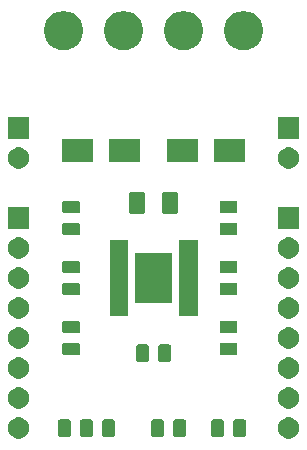
<source format=gbr>
G04 #@! TF.GenerationSoftware,KiCad,Pcbnew,(5.1.5)-3*
G04 #@! TF.CreationDate,2020-05-07T11:50:38+02:00*
G04 #@! TF.ProjectId,TPS16630_eFuse,54505331-3636-4333-905f-65467573652e,rev?*
G04 #@! TF.SameCoordinates,Original*
G04 #@! TF.FileFunction,Soldermask,Top*
G04 #@! TF.FilePolarity,Negative*
%FSLAX46Y46*%
G04 Gerber Fmt 4.6, Leading zero omitted, Abs format (unit mm)*
G04 Created by KiCad (PCBNEW (5.1.5)-3) date 2020-05-07 11:50:38*
%MOMM*%
%LPD*%
G04 APERTURE LIST*
%ADD10C,0.100000*%
G04 APERTURE END LIST*
D10*
G36*
X75043512Y-147693927D02*
G01*
X75192812Y-147723624D01*
X75356784Y-147791544D01*
X75504354Y-147890147D01*
X75629853Y-148015646D01*
X75728456Y-148163216D01*
X75796376Y-148327188D01*
X75831000Y-148501259D01*
X75831000Y-148678741D01*
X75796376Y-148852812D01*
X75728456Y-149016784D01*
X75629853Y-149164354D01*
X75504354Y-149289853D01*
X75356784Y-149388456D01*
X75192812Y-149456376D01*
X75043512Y-149486073D01*
X75018742Y-149491000D01*
X74841258Y-149491000D01*
X74816488Y-149486073D01*
X74667188Y-149456376D01*
X74503216Y-149388456D01*
X74355646Y-149289853D01*
X74230147Y-149164354D01*
X74131544Y-149016784D01*
X74063624Y-148852812D01*
X74029000Y-148678741D01*
X74029000Y-148501259D01*
X74063624Y-148327188D01*
X74131544Y-148163216D01*
X74230147Y-148015646D01*
X74355646Y-147890147D01*
X74503216Y-147791544D01*
X74667188Y-147723624D01*
X74816488Y-147693927D01*
X74841258Y-147689000D01*
X75018742Y-147689000D01*
X75043512Y-147693927D01*
G37*
G36*
X52183512Y-147693927D02*
G01*
X52332812Y-147723624D01*
X52496784Y-147791544D01*
X52644354Y-147890147D01*
X52769853Y-148015646D01*
X52868456Y-148163216D01*
X52936376Y-148327188D01*
X52971000Y-148501259D01*
X52971000Y-148678741D01*
X52936376Y-148852812D01*
X52868456Y-149016784D01*
X52769853Y-149164354D01*
X52644354Y-149289853D01*
X52496784Y-149388456D01*
X52332812Y-149456376D01*
X52183512Y-149486073D01*
X52158742Y-149491000D01*
X51981258Y-149491000D01*
X51956488Y-149486073D01*
X51807188Y-149456376D01*
X51643216Y-149388456D01*
X51495646Y-149289853D01*
X51370147Y-149164354D01*
X51271544Y-149016784D01*
X51203624Y-148852812D01*
X51169000Y-148678741D01*
X51169000Y-148501259D01*
X51203624Y-148327188D01*
X51271544Y-148163216D01*
X51370147Y-148015646D01*
X51495646Y-147890147D01*
X51643216Y-147791544D01*
X51807188Y-147723624D01*
X51956488Y-147693927D01*
X51981258Y-147689000D01*
X52158742Y-147689000D01*
X52183512Y-147693927D01*
G37*
G36*
X64204468Y-147843565D02*
G01*
X64243138Y-147855296D01*
X64278777Y-147874346D01*
X64310017Y-147899983D01*
X64335654Y-147931223D01*
X64354704Y-147966862D01*
X64366435Y-148005532D01*
X64371000Y-148051888D01*
X64371000Y-149128112D01*
X64366435Y-149174468D01*
X64354704Y-149213138D01*
X64335654Y-149248777D01*
X64310017Y-149280017D01*
X64278777Y-149305654D01*
X64243138Y-149324704D01*
X64204468Y-149336435D01*
X64158112Y-149341000D01*
X63506888Y-149341000D01*
X63460532Y-149336435D01*
X63421862Y-149324704D01*
X63386223Y-149305654D01*
X63354983Y-149280017D01*
X63329346Y-149248777D01*
X63310296Y-149213138D01*
X63298565Y-149174468D01*
X63294000Y-149128112D01*
X63294000Y-148051888D01*
X63298565Y-148005532D01*
X63310296Y-147966862D01*
X63329346Y-147931223D01*
X63354983Y-147899983D01*
X63386223Y-147874346D01*
X63421862Y-147855296D01*
X63460532Y-147843565D01*
X63506888Y-147839000D01*
X64158112Y-147839000D01*
X64204468Y-147843565D01*
G37*
G36*
X60061968Y-147843565D02*
G01*
X60100638Y-147855296D01*
X60136277Y-147874346D01*
X60167517Y-147899983D01*
X60193154Y-147931223D01*
X60212204Y-147966862D01*
X60223935Y-148005532D01*
X60228500Y-148051888D01*
X60228500Y-149128112D01*
X60223935Y-149174468D01*
X60212204Y-149213138D01*
X60193154Y-149248777D01*
X60167517Y-149280017D01*
X60136277Y-149305654D01*
X60100638Y-149324704D01*
X60061968Y-149336435D01*
X60015612Y-149341000D01*
X59364388Y-149341000D01*
X59318032Y-149336435D01*
X59279362Y-149324704D01*
X59243723Y-149305654D01*
X59212483Y-149280017D01*
X59186846Y-149248777D01*
X59167796Y-149213138D01*
X59156065Y-149174468D01*
X59151500Y-149128112D01*
X59151500Y-148051888D01*
X59156065Y-148005532D01*
X59167796Y-147966862D01*
X59186846Y-147931223D01*
X59212483Y-147899983D01*
X59243723Y-147874346D01*
X59279362Y-147855296D01*
X59318032Y-147843565D01*
X59364388Y-147839000D01*
X60015612Y-147839000D01*
X60061968Y-147843565D01*
G37*
G36*
X58186968Y-147843565D02*
G01*
X58225638Y-147855296D01*
X58261277Y-147874346D01*
X58292517Y-147899983D01*
X58318154Y-147931223D01*
X58337204Y-147966862D01*
X58348935Y-148005532D01*
X58353500Y-148051888D01*
X58353500Y-149128112D01*
X58348935Y-149174468D01*
X58337204Y-149213138D01*
X58318154Y-149248777D01*
X58292517Y-149280017D01*
X58261277Y-149305654D01*
X58225638Y-149324704D01*
X58186968Y-149336435D01*
X58140612Y-149341000D01*
X57489388Y-149341000D01*
X57443032Y-149336435D01*
X57404362Y-149324704D01*
X57368723Y-149305654D01*
X57337483Y-149280017D01*
X57311846Y-149248777D01*
X57292796Y-149213138D01*
X57281065Y-149174468D01*
X57276500Y-149128112D01*
X57276500Y-148051888D01*
X57281065Y-148005532D01*
X57292796Y-147966862D01*
X57311846Y-147931223D01*
X57337483Y-147899983D01*
X57368723Y-147874346D01*
X57404362Y-147855296D01*
X57443032Y-147843565D01*
X57489388Y-147839000D01*
X58140612Y-147839000D01*
X58186968Y-147843565D01*
G37*
G36*
X56320068Y-147843565D02*
G01*
X56358738Y-147855296D01*
X56394377Y-147874346D01*
X56425617Y-147899983D01*
X56451254Y-147931223D01*
X56470304Y-147966862D01*
X56482035Y-148005532D01*
X56486600Y-148051888D01*
X56486600Y-149128112D01*
X56482035Y-149174468D01*
X56470304Y-149213138D01*
X56451254Y-149248777D01*
X56425617Y-149280017D01*
X56394377Y-149305654D01*
X56358738Y-149324704D01*
X56320068Y-149336435D01*
X56273712Y-149341000D01*
X55622488Y-149341000D01*
X55576132Y-149336435D01*
X55537462Y-149324704D01*
X55501823Y-149305654D01*
X55470583Y-149280017D01*
X55444946Y-149248777D01*
X55425896Y-149213138D01*
X55414165Y-149174468D01*
X55409600Y-149128112D01*
X55409600Y-148051888D01*
X55414165Y-148005532D01*
X55425896Y-147966862D01*
X55444946Y-147931223D01*
X55470583Y-147899983D01*
X55501823Y-147874346D01*
X55537462Y-147855296D01*
X55576132Y-147843565D01*
X55622488Y-147839000D01*
X56273712Y-147839000D01*
X56320068Y-147843565D01*
G37*
G36*
X69284468Y-147843565D02*
G01*
X69323138Y-147855296D01*
X69358777Y-147874346D01*
X69390017Y-147899983D01*
X69415654Y-147931223D01*
X69434704Y-147966862D01*
X69446435Y-148005532D01*
X69451000Y-148051888D01*
X69451000Y-149128112D01*
X69446435Y-149174468D01*
X69434704Y-149213138D01*
X69415654Y-149248777D01*
X69390017Y-149280017D01*
X69358777Y-149305654D01*
X69323138Y-149324704D01*
X69284468Y-149336435D01*
X69238112Y-149341000D01*
X68586888Y-149341000D01*
X68540532Y-149336435D01*
X68501862Y-149324704D01*
X68466223Y-149305654D01*
X68434983Y-149280017D01*
X68409346Y-149248777D01*
X68390296Y-149213138D01*
X68378565Y-149174468D01*
X68374000Y-149128112D01*
X68374000Y-148051888D01*
X68378565Y-148005532D01*
X68390296Y-147966862D01*
X68409346Y-147931223D01*
X68434983Y-147899983D01*
X68466223Y-147874346D01*
X68501862Y-147855296D01*
X68540532Y-147843565D01*
X68586888Y-147839000D01*
X69238112Y-147839000D01*
X69284468Y-147843565D01*
G37*
G36*
X71159468Y-147843565D02*
G01*
X71198138Y-147855296D01*
X71233777Y-147874346D01*
X71265017Y-147899983D01*
X71290654Y-147931223D01*
X71309704Y-147966862D01*
X71321435Y-148005532D01*
X71326000Y-148051888D01*
X71326000Y-149128112D01*
X71321435Y-149174468D01*
X71309704Y-149213138D01*
X71290654Y-149248777D01*
X71265017Y-149280017D01*
X71233777Y-149305654D01*
X71198138Y-149324704D01*
X71159468Y-149336435D01*
X71113112Y-149341000D01*
X70461888Y-149341000D01*
X70415532Y-149336435D01*
X70376862Y-149324704D01*
X70341223Y-149305654D01*
X70309983Y-149280017D01*
X70284346Y-149248777D01*
X70265296Y-149213138D01*
X70253565Y-149174468D01*
X70249000Y-149128112D01*
X70249000Y-148051888D01*
X70253565Y-148005532D01*
X70265296Y-147966862D01*
X70284346Y-147931223D01*
X70309983Y-147899983D01*
X70341223Y-147874346D01*
X70376862Y-147855296D01*
X70415532Y-147843565D01*
X70461888Y-147839000D01*
X71113112Y-147839000D01*
X71159468Y-147843565D01*
G37*
G36*
X66079468Y-147843565D02*
G01*
X66118138Y-147855296D01*
X66153777Y-147874346D01*
X66185017Y-147899983D01*
X66210654Y-147931223D01*
X66229704Y-147966862D01*
X66241435Y-148005532D01*
X66246000Y-148051888D01*
X66246000Y-149128112D01*
X66241435Y-149174468D01*
X66229704Y-149213138D01*
X66210654Y-149248777D01*
X66185017Y-149280017D01*
X66153777Y-149305654D01*
X66118138Y-149324704D01*
X66079468Y-149336435D01*
X66033112Y-149341000D01*
X65381888Y-149341000D01*
X65335532Y-149336435D01*
X65296862Y-149324704D01*
X65261223Y-149305654D01*
X65229983Y-149280017D01*
X65204346Y-149248777D01*
X65185296Y-149213138D01*
X65173565Y-149174468D01*
X65169000Y-149128112D01*
X65169000Y-148051888D01*
X65173565Y-148005532D01*
X65185296Y-147966862D01*
X65204346Y-147931223D01*
X65229983Y-147899983D01*
X65261223Y-147874346D01*
X65296862Y-147855296D01*
X65335532Y-147843565D01*
X65381888Y-147839000D01*
X66033112Y-147839000D01*
X66079468Y-147843565D01*
G37*
G36*
X75043512Y-145153927D02*
G01*
X75192812Y-145183624D01*
X75356784Y-145251544D01*
X75504354Y-145350147D01*
X75629853Y-145475646D01*
X75728456Y-145623216D01*
X75796376Y-145787188D01*
X75831000Y-145961259D01*
X75831000Y-146138741D01*
X75796376Y-146312812D01*
X75728456Y-146476784D01*
X75629853Y-146624354D01*
X75504354Y-146749853D01*
X75356784Y-146848456D01*
X75192812Y-146916376D01*
X75043512Y-146946073D01*
X75018742Y-146951000D01*
X74841258Y-146951000D01*
X74816488Y-146946073D01*
X74667188Y-146916376D01*
X74503216Y-146848456D01*
X74355646Y-146749853D01*
X74230147Y-146624354D01*
X74131544Y-146476784D01*
X74063624Y-146312812D01*
X74029000Y-146138741D01*
X74029000Y-145961259D01*
X74063624Y-145787188D01*
X74131544Y-145623216D01*
X74230147Y-145475646D01*
X74355646Y-145350147D01*
X74503216Y-145251544D01*
X74667188Y-145183624D01*
X74816488Y-145153927D01*
X74841258Y-145149000D01*
X75018742Y-145149000D01*
X75043512Y-145153927D01*
G37*
G36*
X52183512Y-145153927D02*
G01*
X52332812Y-145183624D01*
X52496784Y-145251544D01*
X52644354Y-145350147D01*
X52769853Y-145475646D01*
X52868456Y-145623216D01*
X52936376Y-145787188D01*
X52971000Y-145961259D01*
X52971000Y-146138741D01*
X52936376Y-146312812D01*
X52868456Y-146476784D01*
X52769853Y-146624354D01*
X52644354Y-146749853D01*
X52496784Y-146848456D01*
X52332812Y-146916376D01*
X52183512Y-146946073D01*
X52158742Y-146951000D01*
X51981258Y-146951000D01*
X51956488Y-146946073D01*
X51807188Y-146916376D01*
X51643216Y-146848456D01*
X51495646Y-146749853D01*
X51370147Y-146624354D01*
X51271544Y-146476784D01*
X51203624Y-146312812D01*
X51169000Y-146138741D01*
X51169000Y-145961259D01*
X51203624Y-145787188D01*
X51271544Y-145623216D01*
X51370147Y-145475646D01*
X51495646Y-145350147D01*
X51643216Y-145251544D01*
X51807188Y-145183624D01*
X51956488Y-145153927D01*
X51981258Y-145149000D01*
X52158742Y-145149000D01*
X52183512Y-145153927D01*
G37*
G36*
X52183512Y-142613927D02*
G01*
X52332812Y-142643624D01*
X52496784Y-142711544D01*
X52644354Y-142810147D01*
X52769853Y-142935646D01*
X52868456Y-143083216D01*
X52936376Y-143247188D01*
X52971000Y-143421259D01*
X52971000Y-143598741D01*
X52936376Y-143772812D01*
X52868456Y-143936784D01*
X52769853Y-144084354D01*
X52644354Y-144209853D01*
X52496784Y-144308456D01*
X52332812Y-144376376D01*
X52183512Y-144406073D01*
X52158742Y-144411000D01*
X51981258Y-144411000D01*
X51956488Y-144406073D01*
X51807188Y-144376376D01*
X51643216Y-144308456D01*
X51495646Y-144209853D01*
X51370147Y-144084354D01*
X51271544Y-143936784D01*
X51203624Y-143772812D01*
X51169000Y-143598741D01*
X51169000Y-143421259D01*
X51203624Y-143247188D01*
X51271544Y-143083216D01*
X51370147Y-142935646D01*
X51495646Y-142810147D01*
X51643216Y-142711544D01*
X51807188Y-142643624D01*
X51956488Y-142613927D01*
X51981258Y-142609000D01*
X52158742Y-142609000D01*
X52183512Y-142613927D01*
G37*
G36*
X75043512Y-142613927D02*
G01*
X75192812Y-142643624D01*
X75356784Y-142711544D01*
X75504354Y-142810147D01*
X75629853Y-142935646D01*
X75728456Y-143083216D01*
X75796376Y-143247188D01*
X75831000Y-143421259D01*
X75831000Y-143598741D01*
X75796376Y-143772812D01*
X75728456Y-143936784D01*
X75629853Y-144084354D01*
X75504354Y-144209853D01*
X75356784Y-144308456D01*
X75192812Y-144376376D01*
X75043512Y-144406073D01*
X75018742Y-144411000D01*
X74841258Y-144411000D01*
X74816488Y-144406073D01*
X74667188Y-144376376D01*
X74503216Y-144308456D01*
X74355646Y-144209853D01*
X74230147Y-144084354D01*
X74131544Y-143936784D01*
X74063624Y-143772812D01*
X74029000Y-143598741D01*
X74029000Y-143421259D01*
X74063624Y-143247188D01*
X74131544Y-143083216D01*
X74230147Y-142935646D01*
X74355646Y-142810147D01*
X74503216Y-142711544D01*
X74667188Y-142643624D01*
X74816488Y-142613927D01*
X74841258Y-142609000D01*
X75018742Y-142609000D01*
X75043512Y-142613927D01*
G37*
G36*
X62934468Y-141493565D02*
G01*
X62973138Y-141505296D01*
X63008777Y-141524346D01*
X63040017Y-141549983D01*
X63065654Y-141581223D01*
X63084704Y-141616862D01*
X63096435Y-141655532D01*
X63101000Y-141701888D01*
X63101000Y-142778112D01*
X63096435Y-142824468D01*
X63084704Y-142863138D01*
X63065654Y-142898777D01*
X63040017Y-142930017D01*
X63008777Y-142955654D01*
X62973138Y-142974704D01*
X62934468Y-142986435D01*
X62888112Y-142991000D01*
X62236888Y-142991000D01*
X62190532Y-142986435D01*
X62151862Y-142974704D01*
X62116223Y-142955654D01*
X62084983Y-142930017D01*
X62059346Y-142898777D01*
X62040296Y-142863138D01*
X62028565Y-142824468D01*
X62024000Y-142778112D01*
X62024000Y-141701888D01*
X62028565Y-141655532D01*
X62040296Y-141616862D01*
X62059346Y-141581223D01*
X62084983Y-141549983D01*
X62116223Y-141524346D01*
X62151862Y-141505296D01*
X62190532Y-141493565D01*
X62236888Y-141489000D01*
X62888112Y-141489000D01*
X62934468Y-141493565D01*
G37*
G36*
X64809468Y-141493565D02*
G01*
X64848138Y-141505296D01*
X64883777Y-141524346D01*
X64915017Y-141549983D01*
X64940654Y-141581223D01*
X64959704Y-141616862D01*
X64971435Y-141655532D01*
X64976000Y-141701888D01*
X64976000Y-142778112D01*
X64971435Y-142824468D01*
X64959704Y-142863138D01*
X64940654Y-142898777D01*
X64915017Y-142930017D01*
X64883777Y-142955654D01*
X64848138Y-142974704D01*
X64809468Y-142986435D01*
X64763112Y-142991000D01*
X64111888Y-142991000D01*
X64065532Y-142986435D01*
X64026862Y-142974704D01*
X63991223Y-142955654D01*
X63959983Y-142930017D01*
X63934346Y-142898777D01*
X63915296Y-142863138D01*
X63903565Y-142824468D01*
X63899000Y-142778112D01*
X63899000Y-141701888D01*
X63903565Y-141655532D01*
X63915296Y-141616862D01*
X63934346Y-141581223D01*
X63959983Y-141549983D01*
X63991223Y-141524346D01*
X64026862Y-141505296D01*
X64065532Y-141493565D01*
X64111888Y-141489000D01*
X64763112Y-141489000D01*
X64809468Y-141493565D01*
G37*
G36*
X70434468Y-141373565D02*
G01*
X70473138Y-141385296D01*
X70508777Y-141404346D01*
X70540017Y-141429983D01*
X70565654Y-141461223D01*
X70584704Y-141496862D01*
X70596435Y-141535532D01*
X70601000Y-141581888D01*
X70601000Y-142233112D01*
X70596435Y-142279468D01*
X70584704Y-142318138D01*
X70565654Y-142353777D01*
X70540017Y-142385017D01*
X70508777Y-142410654D01*
X70473138Y-142429704D01*
X70434468Y-142441435D01*
X70388112Y-142446000D01*
X69311888Y-142446000D01*
X69265532Y-142441435D01*
X69226862Y-142429704D01*
X69191223Y-142410654D01*
X69159983Y-142385017D01*
X69134346Y-142353777D01*
X69115296Y-142318138D01*
X69103565Y-142279468D01*
X69099000Y-142233112D01*
X69099000Y-141581888D01*
X69103565Y-141535532D01*
X69115296Y-141496862D01*
X69134346Y-141461223D01*
X69159983Y-141429983D01*
X69191223Y-141404346D01*
X69226862Y-141385296D01*
X69265532Y-141373565D01*
X69311888Y-141369000D01*
X70388112Y-141369000D01*
X70434468Y-141373565D01*
G37*
G36*
X57099468Y-141373565D02*
G01*
X57138138Y-141385296D01*
X57173777Y-141404346D01*
X57205017Y-141429983D01*
X57230654Y-141461223D01*
X57249704Y-141496862D01*
X57261435Y-141535532D01*
X57266000Y-141581888D01*
X57266000Y-142233112D01*
X57261435Y-142279468D01*
X57249704Y-142318138D01*
X57230654Y-142353777D01*
X57205017Y-142385017D01*
X57173777Y-142410654D01*
X57138138Y-142429704D01*
X57099468Y-142441435D01*
X57053112Y-142446000D01*
X55976888Y-142446000D01*
X55930532Y-142441435D01*
X55891862Y-142429704D01*
X55856223Y-142410654D01*
X55824983Y-142385017D01*
X55799346Y-142353777D01*
X55780296Y-142318138D01*
X55768565Y-142279468D01*
X55764000Y-142233112D01*
X55764000Y-141581888D01*
X55768565Y-141535532D01*
X55780296Y-141496862D01*
X55799346Y-141461223D01*
X55824983Y-141429983D01*
X55856223Y-141404346D01*
X55891862Y-141385296D01*
X55930532Y-141373565D01*
X55976888Y-141369000D01*
X57053112Y-141369000D01*
X57099468Y-141373565D01*
G37*
G36*
X75043512Y-140073927D02*
G01*
X75192812Y-140103624D01*
X75356784Y-140171544D01*
X75504354Y-140270147D01*
X75629853Y-140395646D01*
X75728456Y-140543216D01*
X75796376Y-140707188D01*
X75831000Y-140881259D01*
X75831000Y-141058741D01*
X75796376Y-141232812D01*
X75728456Y-141396784D01*
X75629853Y-141544354D01*
X75504354Y-141669853D01*
X75356784Y-141768456D01*
X75192812Y-141836376D01*
X75043512Y-141866073D01*
X75018742Y-141871000D01*
X74841258Y-141871000D01*
X74816488Y-141866073D01*
X74667188Y-141836376D01*
X74503216Y-141768456D01*
X74355646Y-141669853D01*
X74230147Y-141544354D01*
X74131544Y-141396784D01*
X74063624Y-141232812D01*
X74029000Y-141058741D01*
X74029000Y-140881259D01*
X74063624Y-140707188D01*
X74131544Y-140543216D01*
X74230147Y-140395646D01*
X74355646Y-140270147D01*
X74503216Y-140171544D01*
X74667188Y-140103624D01*
X74816488Y-140073927D01*
X74841258Y-140069000D01*
X75018742Y-140069000D01*
X75043512Y-140073927D01*
G37*
G36*
X52183512Y-140073927D02*
G01*
X52332812Y-140103624D01*
X52496784Y-140171544D01*
X52644354Y-140270147D01*
X52769853Y-140395646D01*
X52868456Y-140543216D01*
X52936376Y-140707188D01*
X52971000Y-140881259D01*
X52971000Y-141058741D01*
X52936376Y-141232812D01*
X52868456Y-141396784D01*
X52769853Y-141544354D01*
X52644354Y-141669853D01*
X52496784Y-141768456D01*
X52332812Y-141836376D01*
X52183512Y-141866073D01*
X52158742Y-141871000D01*
X51981258Y-141871000D01*
X51956488Y-141866073D01*
X51807188Y-141836376D01*
X51643216Y-141768456D01*
X51495646Y-141669853D01*
X51370147Y-141544354D01*
X51271544Y-141396784D01*
X51203624Y-141232812D01*
X51169000Y-141058741D01*
X51169000Y-140881259D01*
X51203624Y-140707188D01*
X51271544Y-140543216D01*
X51370147Y-140395646D01*
X51495646Y-140270147D01*
X51643216Y-140171544D01*
X51807188Y-140103624D01*
X51956488Y-140073927D01*
X51981258Y-140069000D01*
X52158742Y-140069000D01*
X52183512Y-140073927D01*
G37*
G36*
X57099468Y-139498565D02*
G01*
X57138138Y-139510296D01*
X57173777Y-139529346D01*
X57205017Y-139554983D01*
X57230654Y-139586223D01*
X57249704Y-139621862D01*
X57261435Y-139660532D01*
X57266000Y-139706888D01*
X57266000Y-140358112D01*
X57261435Y-140404468D01*
X57249704Y-140443138D01*
X57230654Y-140478777D01*
X57205017Y-140510017D01*
X57173777Y-140535654D01*
X57138138Y-140554704D01*
X57099468Y-140566435D01*
X57053112Y-140571000D01*
X55976888Y-140571000D01*
X55930532Y-140566435D01*
X55891862Y-140554704D01*
X55856223Y-140535654D01*
X55824983Y-140510017D01*
X55799346Y-140478777D01*
X55780296Y-140443138D01*
X55768565Y-140404468D01*
X55764000Y-140358112D01*
X55764000Y-139706888D01*
X55768565Y-139660532D01*
X55780296Y-139621862D01*
X55799346Y-139586223D01*
X55824983Y-139554983D01*
X55856223Y-139529346D01*
X55891862Y-139510296D01*
X55930532Y-139498565D01*
X55976888Y-139494000D01*
X57053112Y-139494000D01*
X57099468Y-139498565D01*
G37*
G36*
X70434468Y-139498565D02*
G01*
X70473138Y-139510296D01*
X70508777Y-139529346D01*
X70540017Y-139554983D01*
X70565654Y-139586223D01*
X70584704Y-139621862D01*
X70596435Y-139660532D01*
X70601000Y-139706888D01*
X70601000Y-140358112D01*
X70596435Y-140404468D01*
X70584704Y-140443138D01*
X70565654Y-140478777D01*
X70540017Y-140510017D01*
X70508777Y-140535654D01*
X70473138Y-140554704D01*
X70434468Y-140566435D01*
X70388112Y-140571000D01*
X69311888Y-140571000D01*
X69265532Y-140566435D01*
X69226862Y-140554704D01*
X69191223Y-140535654D01*
X69159983Y-140510017D01*
X69134346Y-140478777D01*
X69115296Y-140443138D01*
X69103565Y-140404468D01*
X69099000Y-140358112D01*
X69099000Y-139706888D01*
X69103565Y-139660532D01*
X69115296Y-139621862D01*
X69134346Y-139586223D01*
X69159983Y-139554983D01*
X69191223Y-139529346D01*
X69226862Y-139510296D01*
X69265532Y-139498565D01*
X69311888Y-139494000D01*
X70388112Y-139494000D01*
X70434468Y-139498565D01*
G37*
G36*
X52183512Y-137533927D02*
G01*
X52332812Y-137563624D01*
X52496784Y-137631544D01*
X52644354Y-137730147D01*
X52769853Y-137855646D01*
X52868456Y-138003216D01*
X52936376Y-138167188D01*
X52971000Y-138341259D01*
X52971000Y-138518741D01*
X52936376Y-138692812D01*
X52868456Y-138856784D01*
X52769853Y-139004354D01*
X52644354Y-139129853D01*
X52496784Y-139228456D01*
X52332812Y-139296376D01*
X52183512Y-139326073D01*
X52158742Y-139331000D01*
X51981258Y-139331000D01*
X51956488Y-139326073D01*
X51807188Y-139296376D01*
X51643216Y-139228456D01*
X51495646Y-139129853D01*
X51370147Y-139004354D01*
X51271544Y-138856784D01*
X51203624Y-138692812D01*
X51169000Y-138518741D01*
X51169000Y-138341259D01*
X51203624Y-138167188D01*
X51271544Y-138003216D01*
X51370147Y-137855646D01*
X51495646Y-137730147D01*
X51643216Y-137631544D01*
X51807188Y-137563624D01*
X51956488Y-137533927D01*
X51981258Y-137529000D01*
X52158742Y-137529000D01*
X52183512Y-137533927D01*
G37*
G36*
X75043512Y-137533927D02*
G01*
X75192812Y-137563624D01*
X75356784Y-137631544D01*
X75504354Y-137730147D01*
X75629853Y-137855646D01*
X75728456Y-138003216D01*
X75796376Y-138167188D01*
X75831000Y-138341259D01*
X75831000Y-138518741D01*
X75796376Y-138692812D01*
X75728456Y-138856784D01*
X75629853Y-139004354D01*
X75504354Y-139129853D01*
X75356784Y-139228456D01*
X75192812Y-139296376D01*
X75043512Y-139326073D01*
X75018742Y-139331000D01*
X74841258Y-139331000D01*
X74816488Y-139326073D01*
X74667188Y-139296376D01*
X74503216Y-139228456D01*
X74355646Y-139129853D01*
X74230147Y-139004354D01*
X74131544Y-138856784D01*
X74063624Y-138692812D01*
X74029000Y-138518741D01*
X74029000Y-138341259D01*
X74063624Y-138167188D01*
X74131544Y-138003216D01*
X74230147Y-137855646D01*
X74355646Y-137730147D01*
X74503216Y-137631544D01*
X74667188Y-137563624D01*
X74816488Y-137533927D01*
X74841258Y-137529000D01*
X75018742Y-137529000D01*
X75043512Y-137533927D01*
G37*
G36*
X67225800Y-139090800D02*
G01*
X65674200Y-139090800D01*
X65674200Y-132689200D01*
X67225800Y-132689200D01*
X67225800Y-139090800D01*
G37*
G36*
X61325800Y-139090800D02*
G01*
X59774200Y-139090800D01*
X59774200Y-132689200D01*
X61325800Y-132689200D01*
X61325800Y-139090800D01*
G37*
G36*
X65050800Y-138040800D02*
G01*
X61949200Y-138040800D01*
X61949200Y-133739200D01*
X65050800Y-133739200D01*
X65050800Y-138040800D01*
G37*
G36*
X70434468Y-136293565D02*
G01*
X70473138Y-136305296D01*
X70508777Y-136324346D01*
X70540017Y-136349983D01*
X70565654Y-136381223D01*
X70584704Y-136416862D01*
X70596435Y-136455532D01*
X70601000Y-136501888D01*
X70601000Y-137153112D01*
X70596435Y-137199468D01*
X70584704Y-137238138D01*
X70565654Y-137273777D01*
X70540017Y-137305017D01*
X70508777Y-137330654D01*
X70473138Y-137349704D01*
X70434468Y-137361435D01*
X70388112Y-137366000D01*
X69311888Y-137366000D01*
X69265532Y-137361435D01*
X69226862Y-137349704D01*
X69191223Y-137330654D01*
X69159983Y-137305017D01*
X69134346Y-137273777D01*
X69115296Y-137238138D01*
X69103565Y-137199468D01*
X69099000Y-137153112D01*
X69099000Y-136501888D01*
X69103565Y-136455532D01*
X69115296Y-136416862D01*
X69134346Y-136381223D01*
X69159983Y-136349983D01*
X69191223Y-136324346D01*
X69226862Y-136305296D01*
X69265532Y-136293565D01*
X69311888Y-136289000D01*
X70388112Y-136289000D01*
X70434468Y-136293565D01*
G37*
G36*
X57099468Y-136293565D02*
G01*
X57138138Y-136305296D01*
X57173777Y-136324346D01*
X57205017Y-136349983D01*
X57230654Y-136381223D01*
X57249704Y-136416862D01*
X57261435Y-136455532D01*
X57266000Y-136501888D01*
X57266000Y-137153112D01*
X57261435Y-137199468D01*
X57249704Y-137238138D01*
X57230654Y-137273777D01*
X57205017Y-137305017D01*
X57173777Y-137330654D01*
X57138138Y-137349704D01*
X57099468Y-137361435D01*
X57053112Y-137366000D01*
X55976888Y-137366000D01*
X55930532Y-137361435D01*
X55891862Y-137349704D01*
X55856223Y-137330654D01*
X55824983Y-137305017D01*
X55799346Y-137273777D01*
X55780296Y-137238138D01*
X55768565Y-137199468D01*
X55764000Y-137153112D01*
X55764000Y-136501888D01*
X55768565Y-136455532D01*
X55780296Y-136416862D01*
X55799346Y-136381223D01*
X55824983Y-136349983D01*
X55856223Y-136324346D01*
X55891862Y-136305296D01*
X55930532Y-136293565D01*
X55976888Y-136289000D01*
X57053112Y-136289000D01*
X57099468Y-136293565D01*
G37*
G36*
X52183512Y-134993927D02*
G01*
X52332812Y-135023624D01*
X52496784Y-135091544D01*
X52644354Y-135190147D01*
X52769853Y-135315646D01*
X52868456Y-135463216D01*
X52936376Y-135627188D01*
X52971000Y-135801259D01*
X52971000Y-135978741D01*
X52936376Y-136152812D01*
X52868456Y-136316784D01*
X52769853Y-136464354D01*
X52644354Y-136589853D01*
X52496784Y-136688456D01*
X52332812Y-136756376D01*
X52183512Y-136786073D01*
X52158742Y-136791000D01*
X51981258Y-136791000D01*
X51956488Y-136786073D01*
X51807188Y-136756376D01*
X51643216Y-136688456D01*
X51495646Y-136589853D01*
X51370147Y-136464354D01*
X51271544Y-136316784D01*
X51203624Y-136152812D01*
X51169000Y-135978741D01*
X51169000Y-135801259D01*
X51203624Y-135627188D01*
X51271544Y-135463216D01*
X51370147Y-135315646D01*
X51495646Y-135190147D01*
X51643216Y-135091544D01*
X51807188Y-135023624D01*
X51956488Y-134993927D01*
X51981258Y-134989000D01*
X52158742Y-134989000D01*
X52183512Y-134993927D01*
G37*
G36*
X75043512Y-134993927D02*
G01*
X75192812Y-135023624D01*
X75356784Y-135091544D01*
X75504354Y-135190147D01*
X75629853Y-135315646D01*
X75728456Y-135463216D01*
X75796376Y-135627188D01*
X75831000Y-135801259D01*
X75831000Y-135978741D01*
X75796376Y-136152812D01*
X75728456Y-136316784D01*
X75629853Y-136464354D01*
X75504354Y-136589853D01*
X75356784Y-136688456D01*
X75192812Y-136756376D01*
X75043512Y-136786073D01*
X75018742Y-136791000D01*
X74841258Y-136791000D01*
X74816488Y-136786073D01*
X74667188Y-136756376D01*
X74503216Y-136688456D01*
X74355646Y-136589853D01*
X74230147Y-136464354D01*
X74131544Y-136316784D01*
X74063624Y-136152812D01*
X74029000Y-135978741D01*
X74029000Y-135801259D01*
X74063624Y-135627188D01*
X74131544Y-135463216D01*
X74230147Y-135315646D01*
X74355646Y-135190147D01*
X74503216Y-135091544D01*
X74667188Y-135023624D01*
X74816488Y-134993927D01*
X74841258Y-134989000D01*
X75018742Y-134989000D01*
X75043512Y-134993927D01*
G37*
G36*
X57099468Y-134418565D02*
G01*
X57138138Y-134430296D01*
X57173777Y-134449346D01*
X57205017Y-134474983D01*
X57230654Y-134506223D01*
X57249704Y-134541862D01*
X57261435Y-134580532D01*
X57266000Y-134626888D01*
X57266000Y-135278112D01*
X57261435Y-135324468D01*
X57249704Y-135363138D01*
X57230654Y-135398777D01*
X57205017Y-135430017D01*
X57173777Y-135455654D01*
X57138138Y-135474704D01*
X57099468Y-135486435D01*
X57053112Y-135491000D01*
X55976888Y-135491000D01*
X55930532Y-135486435D01*
X55891862Y-135474704D01*
X55856223Y-135455654D01*
X55824983Y-135430017D01*
X55799346Y-135398777D01*
X55780296Y-135363138D01*
X55768565Y-135324468D01*
X55764000Y-135278112D01*
X55764000Y-134626888D01*
X55768565Y-134580532D01*
X55780296Y-134541862D01*
X55799346Y-134506223D01*
X55824983Y-134474983D01*
X55856223Y-134449346D01*
X55891862Y-134430296D01*
X55930532Y-134418565D01*
X55976888Y-134414000D01*
X57053112Y-134414000D01*
X57099468Y-134418565D01*
G37*
G36*
X70434468Y-134418565D02*
G01*
X70473138Y-134430296D01*
X70508777Y-134449346D01*
X70540017Y-134474983D01*
X70565654Y-134506223D01*
X70584704Y-134541862D01*
X70596435Y-134580532D01*
X70601000Y-134626888D01*
X70601000Y-135278112D01*
X70596435Y-135324468D01*
X70584704Y-135363138D01*
X70565654Y-135398777D01*
X70540017Y-135430017D01*
X70508777Y-135455654D01*
X70473138Y-135474704D01*
X70434468Y-135486435D01*
X70388112Y-135491000D01*
X69311888Y-135491000D01*
X69265532Y-135486435D01*
X69226862Y-135474704D01*
X69191223Y-135455654D01*
X69159983Y-135430017D01*
X69134346Y-135398777D01*
X69115296Y-135363138D01*
X69103565Y-135324468D01*
X69099000Y-135278112D01*
X69099000Y-134626888D01*
X69103565Y-134580532D01*
X69115296Y-134541862D01*
X69134346Y-134506223D01*
X69159983Y-134474983D01*
X69191223Y-134449346D01*
X69226862Y-134430296D01*
X69265532Y-134418565D01*
X69311888Y-134414000D01*
X70388112Y-134414000D01*
X70434468Y-134418565D01*
G37*
G36*
X75043512Y-132453927D02*
G01*
X75192812Y-132483624D01*
X75356784Y-132551544D01*
X75504354Y-132650147D01*
X75629853Y-132775646D01*
X75728456Y-132923216D01*
X75796376Y-133087188D01*
X75831000Y-133261259D01*
X75831000Y-133438741D01*
X75796376Y-133612812D01*
X75728456Y-133776784D01*
X75629853Y-133924354D01*
X75504354Y-134049853D01*
X75356784Y-134148456D01*
X75192812Y-134216376D01*
X75043512Y-134246073D01*
X75018742Y-134251000D01*
X74841258Y-134251000D01*
X74816488Y-134246073D01*
X74667188Y-134216376D01*
X74503216Y-134148456D01*
X74355646Y-134049853D01*
X74230147Y-133924354D01*
X74131544Y-133776784D01*
X74063624Y-133612812D01*
X74029000Y-133438741D01*
X74029000Y-133261259D01*
X74063624Y-133087188D01*
X74131544Y-132923216D01*
X74230147Y-132775646D01*
X74355646Y-132650147D01*
X74503216Y-132551544D01*
X74667188Y-132483624D01*
X74816488Y-132453927D01*
X74841258Y-132449000D01*
X75018742Y-132449000D01*
X75043512Y-132453927D01*
G37*
G36*
X52183512Y-132453927D02*
G01*
X52332812Y-132483624D01*
X52496784Y-132551544D01*
X52644354Y-132650147D01*
X52769853Y-132775646D01*
X52868456Y-132923216D01*
X52936376Y-133087188D01*
X52971000Y-133261259D01*
X52971000Y-133438741D01*
X52936376Y-133612812D01*
X52868456Y-133776784D01*
X52769853Y-133924354D01*
X52644354Y-134049853D01*
X52496784Y-134148456D01*
X52332812Y-134216376D01*
X52183512Y-134246073D01*
X52158742Y-134251000D01*
X51981258Y-134251000D01*
X51956488Y-134246073D01*
X51807188Y-134216376D01*
X51643216Y-134148456D01*
X51495646Y-134049853D01*
X51370147Y-133924354D01*
X51271544Y-133776784D01*
X51203624Y-133612812D01*
X51169000Y-133438741D01*
X51169000Y-133261259D01*
X51203624Y-133087188D01*
X51271544Y-132923216D01*
X51370147Y-132775646D01*
X51495646Y-132650147D01*
X51643216Y-132551544D01*
X51807188Y-132483624D01*
X51956488Y-132453927D01*
X51981258Y-132449000D01*
X52158742Y-132449000D01*
X52183512Y-132453927D01*
G37*
G36*
X70434468Y-131213565D02*
G01*
X70473138Y-131225296D01*
X70508777Y-131244346D01*
X70540017Y-131269983D01*
X70565654Y-131301223D01*
X70584704Y-131336862D01*
X70596435Y-131375532D01*
X70601000Y-131421888D01*
X70601000Y-132073112D01*
X70596435Y-132119468D01*
X70584704Y-132158138D01*
X70565654Y-132193777D01*
X70540017Y-132225017D01*
X70508777Y-132250654D01*
X70473138Y-132269704D01*
X70434468Y-132281435D01*
X70388112Y-132286000D01*
X69311888Y-132286000D01*
X69265532Y-132281435D01*
X69226862Y-132269704D01*
X69191223Y-132250654D01*
X69159983Y-132225017D01*
X69134346Y-132193777D01*
X69115296Y-132158138D01*
X69103565Y-132119468D01*
X69099000Y-132073112D01*
X69099000Y-131421888D01*
X69103565Y-131375532D01*
X69115296Y-131336862D01*
X69134346Y-131301223D01*
X69159983Y-131269983D01*
X69191223Y-131244346D01*
X69226862Y-131225296D01*
X69265532Y-131213565D01*
X69311888Y-131209000D01*
X70388112Y-131209000D01*
X70434468Y-131213565D01*
G37*
G36*
X57099468Y-131213565D02*
G01*
X57138138Y-131225296D01*
X57173777Y-131244346D01*
X57205017Y-131269983D01*
X57230654Y-131301223D01*
X57249704Y-131336862D01*
X57261435Y-131375532D01*
X57266000Y-131421888D01*
X57266000Y-132073112D01*
X57261435Y-132119468D01*
X57249704Y-132158138D01*
X57230654Y-132193777D01*
X57205017Y-132225017D01*
X57173777Y-132250654D01*
X57138138Y-132269704D01*
X57099468Y-132281435D01*
X57053112Y-132286000D01*
X55976888Y-132286000D01*
X55930532Y-132281435D01*
X55891862Y-132269704D01*
X55856223Y-132250654D01*
X55824983Y-132225017D01*
X55799346Y-132193777D01*
X55780296Y-132158138D01*
X55768565Y-132119468D01*
X55764000Y-132073112D01*
X55764000Y-131421888D01*
X55768565Y-131375532D01*
X55780296Y-131336862D01*
X55799346Y-131301223D01*
X55824983Y-131269983D01*
X55856223Y-131244346D01*
X55891862Y-131225296D01*
X55930532Y-131213565D01*
X55976888Y-131209000D01*
X57053112Y-131209000D01*
X57099468Y-131213565D01*
G37*
G36*
X52971000Y-131711000D02*
G01*
X51169000Y-131711000D01*
X51169000Y-129909000D01*
X52971000Y-129909000D01*
X52971000Y-131711000D01*
G37*
G36*
X75831000Y-131711000D02*
G01*
X74029000Y-131711000D01*
X74029000Y-129909000D01*
X75831000Y-129909000D01*
X75831000Y-131711000D01*
G37*
G36*
X62618604Y-128618347D02*
G01*
X62655144Y-128629432D01*
X62688821Y-128647433D01*
X62718341Y-128671659D01*
X62742567Y-128701179D01*
X62760568Y-128734856D01*
X62771653Y-128771396D01*
X62776000Y-128815538D01*
X62776000Y-130264462D01*
X62771653Y-130308604D01*
X62760568Y-130345144D01*
X62742567Y-130378821D01*
X62718341Y-130408341D01*
X62688821Y-130432567D01*
X62655144Y-130450568D01*
X62618604Y-130461653D01*
X62574462Y-130466000D01*
X61625538Y-130466000D01*
X61581396Y-130461653D01*
X61544856Y-130450568D01*
X61511179Y-130432567D01*
X61481659Y-130408341D01*
X61457433Y-130378821D01*
X61439432Y-130345144D01*
X61428347Y-130308604D01*
X61424000Y-130264462D01*
X61424000Y-128815538D01*
X61428347Y-128771396D01*
X61439432Y-128734856D01*
X61457433Y-128701179D01*
X61481659Y-128671659D01*
X61511179Y-128647433D01*
X61544856Y-128629432D01*
X61581396Y-128618347D01*
X61625538Y-128614000D01*
X62574462Y-128614000D01*
X62618604Y-128618347D01*
G37*
G36*
X65418604Y-128618347D02*
G01*
X65455144Y-128629432D01*
X65488821Y-128647433D01*
X65518341Y-128671659D01*
X65542567Y-128701179D01*
X65560568Y-128734856D01*
X65571653Y-128771396D01*
X65576000Y-128815538D01*
X65576000Y-130264462D01*
X65571653Y-130308604D01*
X65560568Y-130345144D01*
X65542567Y-130378821D01*
X65518341Y-130408341D01*
X65488821Y-130432567D01*
X65455144Y-130450568D01*
X65418604Y-130461653D01*
X65374462Y-130466000D01*
X64425538Y-130466000D01*
X64381396Y-130461653D01*
X64344856Y-130450568D01*
X64311179Y-130432567D01*
X64281659Y-130408341D01*
X64257433Y-130378821D01*
X64239432Y-130345144D01*
X64228347Y-130308604D01*
X64224000Y-130264462D01*
X64224000Y-128815538D01*
X64228347Y-128771396D01*
X64239432Y-128734856D01*
X64257433Y-128701179D01*
X64281659Y-128671659D01*
X64311179Y-128647433D01*
X64344856Y-128629432D01*
X64381396Y-128618347D01*
X64425538Y-128614000D01*
X65374462Y-128614000D01*
X65418604Y-128618347D01*
G37*
G36*
X70434468Y-129338565D02*
G01*
X70473138Y-129350296D01*
X70508777Y-129369346D01*
X70540017Y-129394983D01*
X70565654Y-129426223D01*
X70584704Y-129461862D01*
X70596435Y-129500532D01*
X70601000Y-129546888D01*
X70601000Y-130198112D01*
X70596435Y-130244468D01*
X70584704Y-130283138D01*
X70565654Y-130318777D01*
X70540017Y-130350017D01*
X70508777Y-130375654D01*
X70473138Y-130394704D01*
X70434468Y-130406435D01*
X70388112Y-130411000D01*
X69311888Y-130411000D01*
X69265532Y-130406435D01*
X69226862Y-130394704D01*
X69191223Y-130375654D01*
X69159983Y-130350017D01*
X69134346Y-130318777D01*
X69115296Y-130283138D01*
X69103565Y-130244468D01*
X69099000Y-130198112D01*
X69099000Y-129546888D01*
X69103565Y-129500532D01*
X69115296Y-129461862D01*
X69134346Y-129426223D01*
X69159983Y-129394983D01*
X69191223Y-129369346D01*
X69226862Y-129350296D01*
X69265532Y-129338565D01*
X69311888Y-129334000D01*
X70388112Y-129334000D01*
X70434468Y-129338565D01*
G37*
G36*
X57099468Y-129338565D02*
G01*
X57138138Y-129350296D01*
X57173777Y-129369346D01*
X57205017Y-129394983D01*
X57230654Y-129426223D01*
X57249704Y-129461862D01*
X57261435Y-129500532D01*
X57266000Y-129546888D01*
X57266000Y-130198112D01*
X57261435Y-130244468D01*
X57249704Y-130283138D01*
X57230654Y-130318777D01*
X57205017Y-130350017D01*
X57173777Y-130375654D01*
X57138138Y-130394704D01*
X57099468Y-130406435D01*
X57053112Y-130411000D01*
X55976888Y-130411000D01*
X55930532Y-130406435D01*
X55891862Y-130394704D01*
X55856223Y-130375654D01*
X55824983Y-130350017D01*
X55799346Y-130318777D01*
X55780296Y-130283138D01*
X55768565Y-130244468D01*
X55764000Y-130198112D01*
X55764000Y-129546888D01*
X55768565Y-129500532D01*
X55780296Y-129461862D01*
X55799346Y-129426223D01*
X55824983Y-129394983D01*
X55856223Y-129369346D01*
X55891862Y-129350296D01*
X55930532Y-129338565D01*
X55976888Y-129334000D01*
X57053112Y-129334000D01*
X57099468Y-129338565D01*
G37*
G36*
X52183512Y-124833927D02*
G01*
X52332812Y-124863624D01*
X52496784Y-124931544D01*
X52644354Y-125030147D01*
X52769853Y-125155646D01*
X52868456Y-125303216D01*
X52936376Y-125467188D01*
X52971000Y-125641259D01*
X52971000Y-125818741D01*
X52936376Y-125992812D01*
X52868456Y-126156784D01*
X52769853Y-126304354D01*
X52644354Y-126429853D01*
X52496784Y-126528456D01*
X52332812Y-126596376D01*
X52183512Y-126626073D01*
X52158742Y-126631000D01*
X51981258Y-126631000D01*
X51956488Y-126626073D01*
X51807188Y-126596376D01*
X51643216Y-126528456D01*
X51495646Y-126429853D01*
X51370147Y-126304354D01*
X51271544Y-126156784D01*
X51203624Y-125992812D01*
X51169000Y-125818741D01*
X51169000Y-125641259D01*
X51203624Y-125467188D01*
X51271544Y-125303216D01*
X51370147Y-125155646D01*
X51495646Y-125030147D01*
X51643216Y-124931544D01*
X51807188Y-124863624D01*
X51956488Y-124833927D01*
X51981258Y-124829000D01*
X52158742Y-124829000D01*
X52183512Y-124833927D01*
G37*
G36*
X75043512Y-124833927D02*
G01*
X75192812Y-124863624D01*
X75356784Y-124931544D01*
X75504354Y-125030147D01*
X75629853Y-125155646D01*
X75728456Y-125303216D01*
X75796376Y-125467188D01*
X75831000Y-125641259D01*
X75831000Y-125818741D01*
X75796376Y-125992812D01*
X75728456Y-126156784D01*
X75629853Y-126304354D01*
X75504354Y-126429853D01*
X75356784Y-126528456D01*
X75192812Y-126596376D01*
X75043512Y-126626073D01*
X75018742Y-126631000D01*
X74841258Y-126631000D01*
X74816488Y-126626073D01*
X74667188Y-126596376D01*
X74503216Y-126528456D01*
X74355646Y-126429853D01*
X74230147Y-126304354D01*
X74131544Y-126156784D01*
X74063624Y-125992812D01*
X74029000Y-125818741D01*
X74029000Y-125641259D01*
X74063624Y-125467188D01*
X74131544Y-125303216D01*
X74230147Y-125155646D01*
X74355646Y-125030147D01*
X74503216Y-124931544D01*
X74667188Y-124863624D01*
X74816488Y-124833927D01*
X74841258Y-124829000D01*
X75018742Y-124829000D01*
X75043512Y-124833927D01*
G37*
G36*
X62356000Y-126046000D02*
G01*
X59754000Y-126046000D01*
X59754000Y-124144000D01*
X62356000Y-124144000D01*
X62356000Y-126046000D01*
G37*
G36*
X58356000Y-126046000D02*
G01*
X55754000Y-126046000D01*
X55754000Y-124144000D01*
X58356000Y-124144000D01*
X58356000Y-126046000D01*
G37*
G36*
X71246000Y-126046000D02*
G01*
X68644000Y-126046000D01*
X68644000Y-124144000D01*
X71246000Y-124144000D01*
X71246000Y-126046000D01*
G37*
G36*
X67246000Y-126046000D02*
G01*
X64644000Y-126046000D01*
X64644000Y-124144000D01*
X67246000Y-124144000D01*
X67246000Y-126046000D01*
G37*
G36*
X75831000Y-124091000D02*
G01*
X74029000Y-124091000D01*
X74029000Y-122289000D01*
X75831000Y-122289000D01*
X75831000Y-124091000D01*
G37*
G36*
X52971000Y-124091000D02*
G01*
X51169000Y-124091000D01*
X51169000Y-122289000D01*
X52971000Y-122289000D01*
X52971000Y-124091000D01*
G37*
G36*
X56255256Y-113326298D02*
G01*
X56361579Y-113347447D01*
X56662042Y-113471903D01*
X56932451Y-113652585D01*
X57162415Y-113882549D01*
X57343097Y-114152958D01*
X57467553Y-114453421D01*
X57531000Y-114772391D01*
X57531000Y-115097609D01*
X57467553Y-115416579D01*
X57343097Y-115717042D01*
X57162415Y-115987451D01*
X56932451Y-116217415D01*
X56662042Y-116398097D01*
X56361579Y-116522553D01*
X56255256Y-116543702D01*
X56042611Y-116586000D01*
X55717389Y-116586000D01*
X55504744Y-116543702D01*
X55398421Y-116522553D01*
X55097958Y-116398097D01*
X54827549Y-116217415D01*
X54597585Y-115987451D01*
X54416903Y-115717042D01*
X54292447Y-115416579D01*
X54229000Y-115097609D01*
X54229000Y-114772391D01*
X54292447Y-114453421D01*
X54416903Y-114152958D01*
X54597585Y-113882549D01*
X54827549Y-113652585D01*
X55097958Y-113471903D01*
X55398421Y-113347447D01*
X55504744Y-113326298D01*
X55717389Y-113284000D01*
X56042611Y-113284000D01*
X56255256Y-113326298D01*
G37*
G36*
X61335256Y-113326298D02*
G01*
X61441579Y-113347447D01*
X61742042Y-113471903D01*
X62012451Y-113652585D01*
X62242415Y-113882549D01*
X62423097Y-114152958D01*
X62547553Y-114453421D01*
X62611000Y-114772391D01*
X62611000Y-115097609D01*
X62547553Y-115416579D01*
X62423097Y-115717042D01*
X62242415Y-115987451D01*
X62012451Y-116217415D01*
X61742042Y-116398097D01*
X61441579Y-116522553D01*
X61335256Y-116543702D01*
X61122611Y-116586000D01*
X60797389Y-116586000D01*
X60584744Y-116543702D01*
X60478421Y-116522553D01*
X60177958Y-116398097D01*
X59907549Y-116217415D01*
X59677585Y-115987451D01*
X59496903Y-115717042D01*
X59372447Y-115416579D01*
X59309000Y-115097609D01*
X59309000Y-114772391D01*
X59372447Y-114453421D01*
X59496903Y-114152958D01*
X59677585Y-113882549D01*
X59907549Y-113652585D01*
X60177958Y-113471903D01*
X60478421Y-113347447D01*
X60584744Y-113326298D01*
X60797389Y-113284000D01*
X61122611Y-113284000D01*
X61335256Y-113326298D01*
G37*
G36*
X71495256Y-113326298D02*
G01*
X71601579Y-113347447D01*
X71902042Y-113471903D01*
X72172451Y-113652585D01*
X72402415Y-113882549D01*
X72583097Y-114152958D01*
X72707553Y-114453421D01*
X72771000Y-114772391D01*
X72771000Y-115097609D01*
X72707553Y-115416579D01*
X72583097Y-115717042D01*
X72402415Y-115987451D01*
X72172451Y-116217415D01*
X71902042Y-116398097D01*
X71601579Y-116522553D01*
X71495256Y-116543702D01*
X71282611Y-116586000D01*
X70957389Y-116586000D01*
X70744744Y-116543702D01*
X70638421Y-116522553D01*
X70337958Y-116398097D01*
X70067549Y-116217415D01*
X69837585Y-115987451D01*
X69656903Y-115717042D01*
X69532447Y-115416579D01*
X69469000Y-115097609D01*
X69469000Y-114772391D01*
X69532447Y-114453421D01*
X69656903Y-114152958D01*
X69837585Y-113882549D01*
X70067549Y-113652585D01*
X70337958Y-113471903D01*
X70638421Y-113347447D01*
X70744744Y-113326298D01*
X70957389Y-113284000D01*
X71282611Y-113284000D01*
X71495256Y-113326298D01*
G37*
G36*
X66415256Y-113326298D02*
G01*
X66521579Y-113347447D01*
X66822042Y-113471903D01*
X67092451Y-113652585D01*
X67322415Y-113882549D01*
X67503097Y-114152958D01*
X67627553Y-114453421D01*
X67691000Y-114772391D01*
X67691000Y-115097609D01*
X67627553Y-115416579D01*
X67503097Y-115717042D01*
X67322415Y-115987451D01*
X67092451Y-116217415D01*
X66822042Y-116398097D01*
X66521579Y-116522553D01*
X66415256Y-116543702D01*
X66202611Y-116586000D01*
X65877389Y-116586000D01*
X65664744Y-116543702D01*
X65558421Y-116522553D01*
X65257958Y-116398097D01*
X64987549Y-116217415D01*
X64757585Y-115987451D01*
X64576903Y-115717042D01*
X64452447Y-115416579D01*
X64389000Y-115097609D01*
X64389000Y-114772391D01*
X64452447Y-114453421D01*
X64576903Y-114152958D01*
X64757585Y-113882549D01*
X64987549Y-113652585D01*
X65257958Y-113471903D01*
X65558421Y-113347447D01*
X65664744Y-113326298D01*
X65877389Y-113284000D01*
X66202611Y-113284000D01*
X66415256Y-113326298D01*
G37*
M02*

</source>
